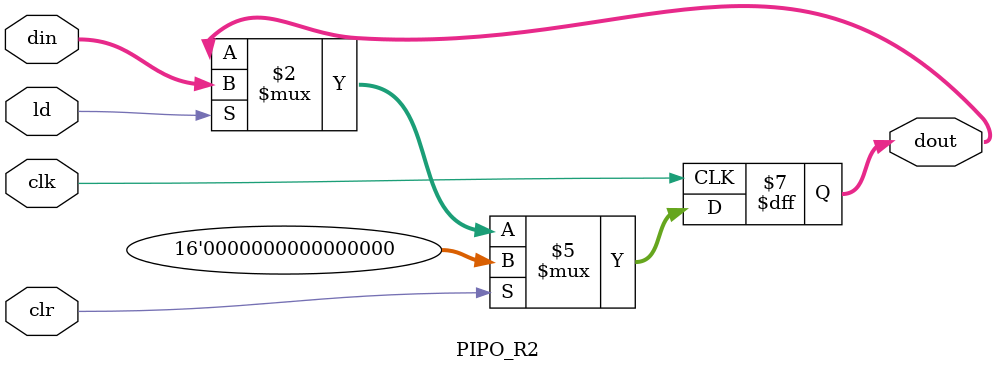
<source format=v>
module PIPO_R2 (dout, din, ld, clr, clk);
	input [15:0] din;
	input ld, clr, clk;
	output reg [15:0] dout;

	always @(posedge clk)
		if (clr) dout <= 16'b0;
		else if (ld) dout <= din;
endmodule		
</source>
